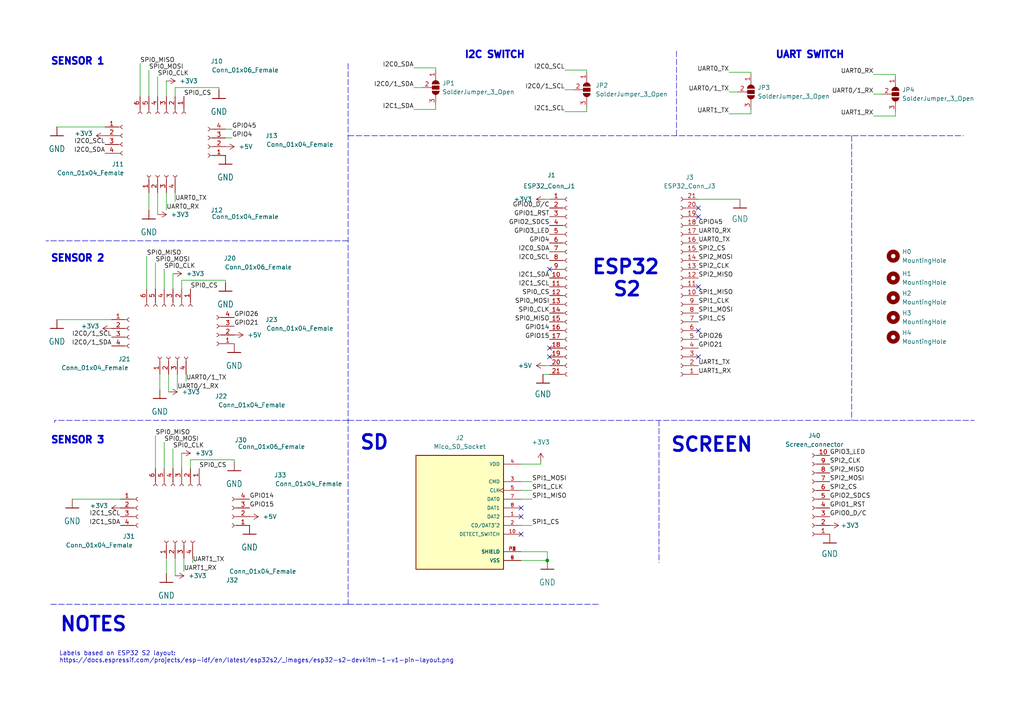
<source format=kicad_sch>
(kicad_sch (version 20211123) (generator eeschema)
  (paper "A4")
  (lib_symbols
    (symbol "503398-1892:503398-1892" (pin_names (offset 1.016))
      (property "Reference" "J" (at -12.7217 15.266 0))
      (property "Value" "503398-1892" (at -12.704 -17.7856 0))
      (symbol "503398-1892_0_0"
        (rectangle (start -12.7 -17.78) (end 12.7 15.24) (stroke (width 0.254)) (fill (type background)))
        (pin passive line (at 17.78 -2.54 180) (length 5.08) (name "DAT2") (number "1"))
        (pin passive line (at 17.78 -7.62 180) (length 5.08) (name "DETECT_SWITCH") (number "10"))
        (pin passive line (at 17.78 -5.08 180) (length 5.08) (name "CD/DAT3^2") (number "2"))
        (pin passive line (at 17.78 7.62 180) (length 5.08) (name "CMD") (number "3"))
        (pin power_in line (at 17.78 12.7 180) (length 5.08) (name "VDD") (number "4"))
        (pin passive clock (at 17.78 5.08 180) (length 5.08) (name "CLK") (number "5"))
        (pin power_in line (at 17.78 -15.24 180) (length 5.08) (name "VSS") (number "6"))
        (pin passive line (at 17.78 2.54 180) (length 5.08) (name "DAT0") (number "7"))
        (pin passive line (at 17.78 0 180) (length 5.08) (name "DAT1") (number "8"))
        (pin power_in line (at 17.78 -15.24 180) (length 5.08) (name "VSS") (number "9"))
        (pin passive line (at 17.78 -12.7 180) (length 5.08) (name "SHIELD") (number "P1"))
        (pin passive line (at 17.78 -12.7 180) (length 5.08) (name "SHIELD") (number "P2"))
        (pin passive line (at 17.78 -12.7 180) (length 5.08) (name "SHIELD") (number "P3"))
        (pin passive line (at 17.78 -12.7 180) (length 5.08) (name "SHIELD") (number "P4"))
      )
    )
    (symbol "Adafruit BMP390-eagle-import:GND" (power)
      (property "Value" "GND" (at -2.54 -2.54 0))
      (symbol "GND_1_0"
        (polyline (pts (xy -1.905 0) (xy 1.905 0)) (stroke (width 0.254)))
        (pin power_in line (at 0 2.54 270) (length 2.54) (name "GND") (number "1"))
      )
    )
    (symbol "Connector:Conn_01x04_Female" (pin_names (offset 1.016) hide)
      (property "Reference" "J" (at 0 5.08 0))
      (property "Value" "Conn_01x04_Female" (at 0 -7.62 0))
      (symbol "Conn_01x04_Female_1_1"
        (arc (start 0 -4.572) (mid -0.508 -5.08) (end 0 -5.588) (stroke (width 0.1524)))
        (arc (start 0 -2.032) (mid -0.508 -2.54) (end 0 -3.048) (stroke (width 0.1524)))
        (polyline (pts (xy -1.27 -5.08) (xy -0.508 -5.08)) (stroke (width 0.1524)))
        (polyline (pts (xy -1.27 -2.54) (xy -0.508 -2.54)) (stroke (width 0.1524)))
        (polyline (pts (xy -1.27 0) (xy -0.508 0)) (stroke (width 0.1524)))
        (polyline (pts (xy -1.27 2.54) (xy -0.508 2.54)) (stroke (width 0.1524)))
        (arc (start 0 0.508) (mid -0.508 0) (end 0 -0.508) (stroke (width 0.1524)))
        (arc (start 0 3.048) (mid -0.508 2.54) (end 0 2.032) (stroke (width 0.1524)))
        (pin passive line (at -5.08 2.54 0) (length 3.81) (name "Pin_1") (number "1"))
        (pin passive line (at -5.08 0 0) (length 3.81) (name "Pin_2") (number "2"))
        (pin passive line (at -5.08 -2.54 0) (length 3.81) (name "Pin_3") (number "3"))
        (pin passive line (at -5.08 -5.08 0) (length 3.81) (name "Pin_4") (number "4"))
      )
    )
    (symbol "Connector:Conn_01x06_Female" (pin_names (offset 1.016) hide)
      (property "Reference" "J" (at 0 7.62 0))
      (property "Value" "Conn_01x06_Female" (at 0 -10.16 0))
      (symbol "Conn_01x06_Female_1_1"
        (arc (start 0 -7.112) (mid -0.508 -7.62) (end 0 -8.128) (stroke (width 0.1524)))
        (arc (start 0 -4.572) (mid -0.508 -5.08) (end 0 -5.588) (stroke (width 0.1524)))
        (arc (start 0 -2.032) (mid -0.508 -2.54) (end 0 -3.048) (stroke (width 0.1524)))
        (polyline (pts (xy -1.27 -7.62) (xy -0.508 -7.62)) (stroke (width 0.1524)))
        (polyline (pts (xy -1.27 -5.08) (xy -0.508 -5.08)) (stroke (width 0.1524)))
        (polyline (pts (xy -1.27 -2.54) (xy -0.508 -2.54)) (stroke (width 0.1524)))
        (polyline (pts (xy -1.27 0) (xy -0.508 0)) (stroke (width 0.1524)))
        (polyline (pts (xy -1.27 2.54) (xy -0.508 2.54)) (stroke (width 0.1524)))
        (polyline (pts (xy -1.27 5.08) (xy -0.508 5.08)) (stroke (width 0.1524)))
        (arc (start 0 0.508) (mid -0.508 0) (end 0 -0.508) (stroke (width 0.1524)))
        (arc (start 0 3.048) (mid -0.508 2.54) (end 0 2.032) (stroke (width 0.1524)))
        (arc (start 0 5.588) (mid -0.508 5.08) (end 0 4.572) (stroke (width 0.1524)))
        (pin passive line (at -5.08 5.08 0) (length 3.81) (name "Pin_1") (number "1"))
        (pin passive line (at -5.08 2.54 0) (length 3.81) (name "Pin_2") (number "2"))
        (pin passive line (at -5.08 0 0) (length 3.81) (name "Pin_3") (number "3"))
        (pin passive line (at -5.08 -2.54 0) (length 3.81) (name "Pin_4") (number "4"))
        (pin passive line (at -5.08 -5.08 0) (length 3.81) (name "Pin_5") (number "5"))
        (pin passive line (at -5.08 -7.62 0) (length 3.81) (name "Pin_6") (number "6"))
      )
    )
    (symbol "Connector:Conn_01x10_Female" (pin_names (offset 1.016) hide)
      (property "Reference" "J" (at 0 12.7 0))
      (property "Value" "Conn_01x10_Female" (at 0 -15.24 0))
      (symbol "Conn_01x10_Female_1_1"
        (arc (start 0 -12.192) (mid -0.508 -12.7) (end 0 -13.208) (stroke (width 0.1524)))
        (arc (start 0 -9.652) (mid -0.508 -10.16) (end 0 -10.668) (stroke (width 0.1524)))
        (arc (start 0 -7.112) (mid -0.508 -7.62) (end 0 -8.128) (stroke (width 0.1524)))
        (arc (start 0 -4.572) (mid -0.508 -5.08) (end 0 -5.588) (stroke (width 0.1524)))
        (arc (start 0 -2.032) (mid -0.508 -2.54) (end 0 -3.048) (stroke (width 0.1524)))
        (polyline (pts (xy -1.27 -12.7) (xy -0.508 -12.7)) (stroke (width 0.1524)))
        (polyline (pts (xy -1.27 -10.16) (xy -0.508 -10.16)) (stroke (width 0.1524)))
        (polyline (pts (xy -1.27 -7.62) (xy -0.508 -7.62)) (stroke (width 0.1524)))
        (polyline (pts (xy -1.27 -5.08) (xy -0.508 -5.08)) (stroke (width 0.1524)))
        (polyline (pts (xy -1.27 -2.54) (xy -0.508 -2.54)) (stroke (width 0.1524)))
        (polyline (pts (xy -1.27 0) (xy -0.508 0)) (stroke (width 0.1524)))
        (polyline (pts (xy -1.27 2.54) (xy -0.508 2.54)) (stroke (width 0.1524)))
        (polyline (pts (xy -1.27 5.08) (xy -0.508 5.08)) (stroke (width 0.1524)))
        (polyline (pts (xy -1.27 7.62) (xy -0.508 7.62)) (stroke (width 0.1524)))
        (polyline (pts (xy -1.27 10.16) (xy -0.508 10.16)) (stroke (width 0.1524)))
        (arc (start 0 0.508) (mid -0.508 0) (end 0 -0.508) (stroke (width 0.1524)))
        (arc (start 0 3.048) (mid -0.508 2.54) (end 0 2.032) (stroke (width 0.1524)))
        (arc (start 0 5.588) (mid -0.508 5.08) (end 0 4.572) (stroke (width 0.1524)))
        (arc (start 0 8.128) (mid -0.508 7.62) (end 0 7.112) (stroke (width 0.1524)))
        (arc (start 0 10.668) (mid -0.508 10.16) (end 0 9.652) (stroke (width 0.1524)))
        (pin passive line (at -5.08 10.16 0) (length 3.81) (name "Pin_1") (number "1"))
        (pin passive line (at -5.08 -12.7 0) (length 3.81) (name "Pin_10") (number "10"))
        (pin passive line (at -5.08 7.62 0) (length 3.81) (name "Pin_2") (number "2"))
        (pin passive line (at -5.08 5.08 0) (length 3.81) (name "Pin_3") (number "3"))
        (pin passive line (at -5.08 2.54 0) (length 3.81) (name "Pin_4") (number "4"))
        (pin passive line (at -5.08 0 0) (length 3.81) (name "Pin_5") (number "5"))
        (pin passive line (at -5.08 -2.54 0) (length 3.81) (name "Pin_6") (number "6"))
        (pin passive line (at -5.08 -5.08 0) (length 3.81) (name "Pin_7") (number "7"))
        (pin passive line (at -5.08 -7.62 0) (length 3.81) (name "Pin_8") (number "8"))
        (pin passive line (at -5.08 -10.16 0) (length 3.81) (name "Pin_9") (number "9"))
      )
    )
    (symbol "Connector:Conn_01x21_Female" (pin_names (offset 1.016) hide)
      (property "Reference" "J" (at 0 27.94 0))
      (property "Value" "Conn_01x21_Female" (at 0 -27.94 0))
      (symbol "Conn_01x21_Female_1_1"
        (arc (start 0 -24.892) (mid -0.508 -25.4) (end 0 -25.908) (stroke (width 0.1524)))
        (arc (start 0 -22.352) (mid -0.508 -22.86) (end 0 -23.368) (stroke (width 0.1524)))
        (arc (start 0 -19.812) (mid -0.508 -20.32) (end 0 -20.828) (stroke (width 0.1524)))
        (arc (start 0 -17.272) (mid -0.508 -17.78) (end 0 -18.288) (stroke (width 0.1524)))
        (arc (start 0 -14.732) (mid -0.508 -15.24) (end 0 -15.748) (stroke (width 0.1524)))
        (arc (start 0 -12.192) (mid -0.508 -12.7) (end 0 -13.208) (stroke (width 0.1524)))
        (arc (start 0 -9.652) (mid -0.508 -10.16) (end 0 -10.668) (stroke (width 0.1524)))
        (arc (start 0 -7.112) (mid -0.508 -7.62) (end 0 -8.128) (stroke (width 0.1524)))
        (arc (start 0 -4.572) (mid -0.508 -5.08) (end 0 -5.588) (stroke (width 0.1524)))
        (arc (start 0 -2.032) (mid -0.508 -2.54) (end 0 -3.048) (stroke (width 0.1524)))
        (polyline (pts (xy -1.27 -25.4) (xy -0.508 -25.4)) (stroke (width 0.1524)))
        (polyline (pts (xy -1.27 -22.86) (xy -0.508 -22.86)) (stroke (width 0.1524)))
        (polyline (pts (xy -1.27 -20.32) (xy -0.508 -20.32)) (stroke (width 0.1524)))
        (polyline (pts (xy -1.27 -17.78) (xy -0.508 -17.78)) (stroke (width 0.1524)))
        (polyline (pts (xy -1.27 -15.24) (xy -0.508 -15.24)) (stroke (width 0.1524)))
        (polyline (pts (xy -1.27 -12.7) (xy -0.508 -12.7)) (stroke (width 0.1524)))
        (polyline (pts (xy -1.27 -10.16) (xy -0.508 -10.16)) (stroke (width 0.1524)))
        (polyline (pts (xy -1.27 -7.62) (xy -0.508 -7.62)) (stroke (width 0.1524)))
        (polyline (pts (xy -1.27 -5.08) (xy -0.508 -5.08)) (stroke (width 0.1524)))
        (polyline (pts (xy -1.27 -2.54) (xy -0.508 -2.54)) (stroke (width 0.1524)))
        (polyline (pts (xy -1.27 0) (xy -0.508 0)) (stroke (width 0.1524)))
        (polyline (pts (xy -1.27 2.54) (xy -0.508 2.54)) (stroke (width 0.1524)))
        (polyline (pts (xy -1.27 5.08) (xy -0.508 5.08)) (stroke (width 0.1524)))
        (polyline (pts (xy -1.27 7.62) (xy -0.508 7.62)) (stroke (width 0.1524)))
        (polyline (pts (xy -1.27 10.16) (xy -0.508 10.16)) (stroke (width 0.1524)))
        (polyline (pts (xy -1.27 12.7) (xy -0.508 12.7)) (stroke (width 0.1524)))
        (polyline (pts (xy -1.27 15.24) (xy -0.508 15.24)) (stroke (width 0.1524)))
        (polyline (pts (xy -1.27 17.78) (xy -0.508 17.78)) (stroke (width 0.1524)))
        (polyline (pts (xy -1.27 20.32) (xy -0.508 20.32)) (stroke (width 0.1524)))
        (polyline (pts (xy -1.27 22.86) (xy -0.508 22.86)) (stroke (width 0.1524)))
        (polyline (pts (xy -1.27 25.4) (xy -0.508 25.4)) (stroke (width 0.1524)))
        (arc (start 0 0.508) (mid -0.508 0) (end 0 -0.508) (stroke (width 0.1524)))
        (arc (start 0 3.048) (mid -0.508 2.54) (end 0 2.032) (stroke (width 0.1524)))
        (arc (start 0 5.588) (mid -0.508 5.08) (end 0 4.572) (stroke (width 0.1524)))
        (arc (start 0 8.128) (mid -0.508 7.62) (end 0 7.112) (stroke (width 0.1524)))
        (arc (start 0 10.668) (mid -0.508 10.16) (end 0 9.652) (stroke (width 0.1524)))
        (arc (start 0 13.208) (mid -0.508 12.7) (end 0 12.192) (stroke (width 0.1524)))
        (arc (start 0 15.748) (mid -0.508 15.24) (end 0 14.732) (stroke (width 0.1524)))
        (arc (start 0 18.288) (mid -0.508 17.78) (end 0 17.272) (stroke (width 0.1524)))
        (arc (start 0 20.828) (mid -0.508 20.32) (end 0 19.812) (stroke (width 0.1524)))
        (arc (start 0 23.368) (mid -0.508 22.86) (end 0 22.352) (stroke (width 0.1524)))
        (arc (start 0 25.908) (mid -0.508 25.4) (end 0 24.892) (stroke (width 0.1524)))
        (pin passive line (at -5.08 25.4 0) (length 3.81) (name "Pin_1") (number "1"))
        (pin passive line (at -5.08 2.54 0) (length 3.81) (name "Pin_10") (number "10"))
        (pin passive line (at -5.08 0 0) (length 3.81) (name "Pin_11") (number "11"))
        (pin passive line (at -5.08 -2.54 0) (length 3.81) (name "Pin_12") (number "12"))
        (pin passive line (at -5.08 -5.08 0) (length 3.81) (name "Pin_13") (number "13"))
        (pin passive line (at -5.08 -7.62 0) (length 3.81) (name "Pin_14") (number "14"))
        (pin passive line (at -5.08 -10.16 0) (length 3.81) (name "Pin_15") (number "15"))
        (pin passive line (at -5.08 -12.7 0) (length 3.81) (name "Pin_16") (number "16"))
        (pin passive line (at -5.08 -15.24 0) (length 3.81) (name "Pin_17") (number "17"))
        (pin passive line (at -5.08 -17.78 0) (length 3.81) (name "Pin_18") (number "18"))
        (pin passive line (at -5.08 -20.32 0) (length 3.81) (name "Pin_19") (number "19"))
        (pin passive line (at -5.08 22.86 0) (length 3.81) (name "Pin_2") (number "2"))
        (pin passive line (at -5.08 -22.86 0) (length 3.81) (name "Pin_20") (number "20"))
        (pin passive line (at -5.08 -25.4 0) (length 3.81) (name "Pin_21") (number "21"))
        (pin passive line (at -5.08 20.32 0) (length 3.81) (name "Pin_3") (number "3"))
        (pin passive line (at -5.08 17.78 0) (length 3.81) (name "Pin_4") (number "4"))
        (pin passive line (at -5.08 15.24 0) (length 3.81) (name "Pin_5") (number "5"))
        (pin passive line (at -5.08 12.7 0) (length 3.81) (name "Pin_6") (number "6"))
        (pin passive line (at -5.08 10.16 0) (length 3.81) (name "Pin_7") (number "7"))
        (pin passive line (at -5.08 7.62 0) (length 3.81) (name "Pin_8") (number "8"))
        (pin passive line (at -5.08 5.08 0) (length 3.81) (name "Pin_9") (number "9"))
      )
    )
    (symbol "Jumper:SolderJumper_3_Open" (pin_names (offset 0) hide)
      (property "Reference" "JP" (at -2.54 -2.54 0))
      (property "Value" "SolderJumper_3_Open" (at 0 2.794 0))
      (symbol "SolderJumper_3_Open_0_1"
        (arc (start -1.016 1.016) (mid -2.032 0) (end -1.016 -1.016))
        (arc (start -1.016 1.016) (mid -2.032 0) (end -1.016 -1.016) (fill (type outline)))
        (rectangle (start -0.508 1.016) (end 0.508 -1.016) (fill (type outline)))
        (polyline (pts (xy -2.54 0) (xy -2.032 0)))
        (polyline (pts (xy -1.016 1.016) (xy -1.016 -1.016)))
        (polyline (pts (xy 0 -1.27) (xy 0 -1.016)))
        (polyline (pts (xy 1.016 1.016) (xy 1.016 -1.016)))
        (polyline (pts (xy 2.54 0) (xy 2.032 0)))
        (arc (start 1.016 -1.016) (mid 2.032 0) (end 1.016 1.016))
        (arc (start 1.016 -1.016) (mid 2.032 0) (end 1.016 1.016) (fill (type outline)))
      )
      (symbol "SolderJumper_3_Open_1_1"
        (pin passive line (at -5.08 0 0) (length 2.54) (name "A") (number "1"))
        (pin passive line (at 0 -3.81 90) (length 2.54) (name "C") (number "2"))
        (pin passive line (at 5.08 0 180) (length 2.54) (name "B") (number "3"))
      )
    )
    (symbol "Mechanical:MountingHole" (pin_names (offset 1.016))
      (property "Reference" "H" (at 0 5.08 0))
      (property "Value" "MountingHole" (at 0 3.175 0))
      (symbol "MountingHole_0_1"
        (circle (center 0 0) (radius 1.27) (stroke (width 1.27)))
      )
    )
    (symbol "power:+3V3" (power) (pin_names (offset 0))
      (property "Value" "+3V3" (at 0 3.556 0))
      (symbol "+3V3_0_1"
        (polyline (pts (xy -0.762 1.27) (xy 0 2.54)))
        (polyline (pts (xy 0 0) (xy 0 2.54)))
        (polyline (pts (xy 0 2.54) (xy 0.762 1.27)))
      )
      (symbol "+3V3_1_1"
        (pin power_in line (at 0 0 90) (length 0) hide (name "+3V3") (number "1"))
      )
    )
    (symbol "power:+5V" (power) (pin_names (offset 0))
      (property "Value" "+5V" (at 0 3.556 0))
      (symbol "+5V_0_1"
        (polyline (pts (xy -0.762 1.27) (xy 0 2.54)))
        (polyline (pts (xy 0 0) (xy 0 2.54)))
        (polyline (pts (xy 0 2.54) (xy 0.762 1.27)))
      )
      (symbol "+5V_1_1"
        (pin power_in line (at 0 0 90) (length 0) hide (name "+5V") (number "1"))
      )
    )
  )
  (junction (at 158.75 162.56))
  (no_connect (at 202.565 62.865))
  (no_connect (at 159.385 78.105))
  (no_connect (at 202.565 60.325))
  (no_connect (at 202.565 103.505))
  (no_connect (at 202.565 95.885))
  (no_connect (at 202.565 83.185))
  (no_connect (at 151.13 149.86))
  (no_connect (at 151.13 147.32))
  (no_connect (at 159.385 103.505))
  (no_connect (at 159.385 100.965))
  (no_connect (at 151.13 154.94))
  (polyline (pts (xy 100.965 69.85) (xy 13.335 69.85)))
  (wire (pts (xy 211.455 26.67) (xy 213.995 26.67)))
  (wire (pts (xy 163.83 26.035) (xy 166.37 26.035)))
  (wire (pts (xy 55.245 133.35) (xy 55.245 135.89)))
  (wire (pts (xy 217.805 33.02) (xy 217.805 31.75)))
  (wire (pts (xy 211.455 20.955) (xy 217.805 20.955)))
  (wire (pts (xy 47.625 78.105) (xy 47.625 83.82)))
  (wire (pts (xy 163.83 32.385) (xy 170.18 32.385)))
  (wire (pts (xy 45.72 22.225) (xy 45.72 27.94)))
  (wire (pts (xy 16.51 36.83) (xy 30.48 36.83)))
  (wire (pts (xy 45.085 126.365) (xy 45.085 135.89)))
  (wire (pts (xy 259.715 33.655) (xy 259.715 32.385)))
  (polyline (pts (xy 247.015 39.37) (xy 247.015 121.92)))
  (wire (pts (xy 67.31 40.005) (xy 65.405 40.005)))
  (wire (pts (xy 20.955 144.78) (xy 34.925 144.78)))
  (wire (pts (xy 202.565 57.785) (xy 214.63 57.785)))
  (wire (pts (xy 48.26 55.88) (xy 48.26 60.96)))
  (wire (pts (xy 16.51 92.71) (xy 32.385 92.71)))
  (wire (pts (xy 211.455 33.02) (xy 217.805 33.02)))
  (wire (pts (xy 53.975 108.585) (xy 53.975 110.49)))
  (polyline (pts (xy 100.965 39.37) (xy 279.4 39.37)))
  (wire (pts (xy 253.365 33.655) (xy 259.715 33.655)))
  (wire (pts (xy 52.705 131.445) (xy 52.705 135.89)))
  (wire (pts (xy 217.805 20.955) (xy 217.805 21.59)))
  (wire (pts (xy 55.88 163.195) (xy 55.88 161.925)))
  (wire (pts (xy 156.845 134.62) (xy 151.13 134.62)))
  (wire (pts (xy 120.015 31.75) (xy 126.365 31.75)))
  (wire (pts (xy 48.26 23.495) (xy 48.26 27.94)))
  (wire (pts (xy 45.085 76.2) (xy 45.085 83.82)))
  (wire (pts (xy 50.165 79.375) (xy 50.165 83.82)))
  (wire (pts (xy 48.895 108.585) (xy 48.895 113.665)))
  (wire (pts (xy 126.365 19.685) (xy 126.365 20.32)))
  (wire (pts (xy 120.015 25.4) (xy 122.555 25.4)))
  (wire (pts (xy 126.365 31.75) (xy 126.365 30.48)))
  (wire (pts (xy 50.8 25.4) (xy 63.5 25.4)))
  (wire (pts (xy 53.34 161.925) (xy 53.34 165.735)))
  (wire (pts (xy 55.245 133.35) (xy 67.945 133.35)))
  (wire (pts (xy 50.8 25.4) (xy 50.8 27.94)))
  (wire (pts (xy 52.705 81.28) (xy 65.405 81.28)))
  (polyline (pts (xy 196.215 39.37) (xy 196.215 14.605)))
  (wire (pts (xy 43.18 20.32) (xy 43.18 27.94)))
  (wire (pts (xy 51.435 108.585) (xy 51.435 113.03)))
  (polyline (pts (xy 100.965 175.26) (xy 173.99 175.26)))
  (polyline (pts (xy 191.135 121.92) (xy 191.135 163.195)))
  (wire (pts (xy 156.845 133.985) (xy 156.845 134.62)))
  (wire (pts (xy 151.13 142.24) (xy 154.305 142.24)))
  (wire (pts (xy 52.705 81.28) (xy 52.705 83.82)))
  (wire (pts (xy 67.945 133.35) (xy 67.945 133.985)))
  (wire (pts (xy 46.355 108.585) (xy 46.355 113.03)))
  (wire (pts (xy 47.625 128.27) (xy 47.625 135.89)))
  (wire (pts (xy 253.365 27.305) (xy 255.905 27.305)))
  (wire (pts (xy 65.405 81.28) (xy 65.405 81.915)))
  (wire (pts (xy 151.13 160.02) (xy 158.75 160.02)))
  (wire (pts (xy 40.64 18.415) (xy 40.64 27.94)))
  (wire (pts (xy 67.31 37.465) (xy 65.405 37.465)))
  (wire (pts (xy 151.13 139.7) (xy 154.305 139.7)))
  (wire (pts (xy 48.26 161.925) (xy 48.26 166.37)))
  (polyline (pts (xy 100.965 18.415) (xy 100.965 175.26)))
  (wire (pts (xy 45.72 55.88) (xy 45.72 62.23)))
  (wire (pts (xy 170.18 32.385) (xy 170.18 31.115)))
  (wire (pts (xy 163.83 20.32) (xy 170.18 20.32)))
  (polyline (pts (xy 100.965 121.92) (xy 282.575 121.92)))
  (wire (pts (xy 151.13 152.4) (xy 154.305 152.4)))
  (wire (pts (xy 259.715 21.59) (xy 259.715 22.225)))
  (wire (pts (xy 50.8 55.88) (xy 50.8 58.42)))
  (wire (pts (xy 158.115 106.045) (xy 159.385 106.045)))
  (wire (pts (xy 63.5 25.4) (xy 63.5 26.035)))
  (wire (pts (xy 170.18 20.32) (xy 170.18 20.955)))
  (wire (pts (xy 151.13 144.78) (xy 154.305 144.78)))
  (polyline (pts (xy 100.965 175.26) (xy 14.605 175.26)))
  (polyline (pts (xy 100.965 121.92) (xy 15.875 121.92)))
  (wire (pts (xy 43.18 55.88) (xy 43.18 60.96)))
  (wire (pts (xy 157.48 108.585) (xy 159.385 108.585)))
  (wire (pts (xy 50.8 161.925) (xy 50.8 167.005)))
  (polyline (pts (xy 15.875 121.92) (xy 15.875 122.555)))
  (wire (pts (xy 158.75 160.02) (xy 158.75 162.56)))
  (wire (pts (xy 50.165 130.175) (xy 50.165 135.89)))
  (wire (pts (xy 120.015 19.685) (xy 126.365 19.685)))
  (wire (pts (xy 253.365 21.59) (xy 259.715 21.59)))
  (wire (pts (xy 42.545 74.295) (xy 42.545 83.82)))
  (wire (pts (xy 158.115 57.785) (xy 159.385 57.785)))
  (wire (pts (xy 151.13 162.56) (xy 158.75 162.56)))
  (text "SENSOR 3" (at 14.605 128.905 0) (effects (font (size 2 2) (thickness 0.8) bold) (justify left bottom)))
  (text "SCREEN" (at 194.31 131.445 0) (effects (font (size 4 4) (thickness 0.8) bold) (justify left bottom)))
  (text "SD" (at 104.14 130.81 0) (effects (font (size 4 4) (thickness 0.8) bold) (justify left bottom)))
  (text "Labels based on ESP32 S2 layout: \nhttps://docs.espressif.com/projects/esp-idf/en/latest/esp32s2/_images/esp32-s2-devkitm-1-v1-pin-layout.png" (at 17.145 192.405 0) (effects (font (size 1.27 1.27)) (justify left bottom)))
  (text "I2C SWITCH" (at 134.62 17.145 0) (effects (font (size 2 2) (thickness 0.8) bold) (justify left bottom)))
  (text "ESP32\n  S2" (at 171.45 86.36 0) (effects (font (size 4 4) (thickness 0.8) bold) (justify left bottom)))
  (text "SENSOR 1" (at 14.605 19.05 0) (effects (font (size 2 2) (thickness 0.8) bold) (justify left bottom)))
  (text "NOTES" (at 17.145 183.515 0) (effects (font (size 4 4) (thickness 0.8) bold) (justify left bottom)))
  (text "UART SWITCH" (at 224.79 17.145 0) (effects (font (size 2 2) (thickness 0.8) bold) (justify left bottom)))
  (text "SENSOR 2" (at 14.605 76.2 0) (effects (font (size 2 2) (thickness 0.8) bold) (justify left bottom)))
  (label "I2C0_SCL" (at 163.83 20.32 180))
  (label "UART1_TX" (at 211.455 33.02 180))
  (label "I2C0{slash}1_SCL" (at 163.83 26.035 180))
  (label "GPIO1_RST" (at 159.385 62.865 180))
  (label "UART1_RX" (at 53.34 165.735 0))
  (label "UART0{slash}1_RX" (at 253.365 27.305 180))
  (label "SPI0_MISO" (at 159.385 93.345 180))
  (label "UART1_RX" (at 202.565 108.585 0))
  (label "SPI2_CS" (at 202.565 73.025 0))
  (label "SPI2_MOSI" (at 202.565 75.565 0))
  (label "SPI1_MOSI" (at 202.565 90.805 0))
  (label "GPIO26" (at 202.565 98.425 0))
  (label "SPI1_MISO" (at 154.305 144.78 0))
  (label "SPI2_MISO" (at 240.665 137.16 0))
  (label "I2C1_SCL" (at 159.385 83.185 180))
  (label "I2C1_SCL" (at 34.925 149.86 180))
  (label "SPI0_CS" (at 159.385 85.725 180))
  (label "SPI0_CS" (at 53.34 27.94 0))
  (label "GPIO4" (at 67.31 40.005 0))
  (label "UART0{slash}1_RX" (at 51.435 113.03 0))
  (label "SPI0_MOSI" (at 159.385 88.265 180))
  (label "I2C0_SDA" (at 30.48 44.45 180))
  (label "UART0_RX" (at 48.26 60.96 0))
  (label "GPIO14" (at 72.39 144.78 0))
  (label "UART1_RX" (at 253.365 33.655 180))
  (label "SPI2_CS" (at 240.665 142.24 0))
  (label "SPI0_MISO" (at 40.64 18.415 0))
  (label "SPI1_CS" (at 154.305 152.4 0))
  (label "SPI1_MOSI" (at 154.305 139.7 0))
  (label "SPI2_MOSI" (at 240.665 139.7 0))
  (label "SPI1_MISO" (at 202.565 85.725 0))
  (label "SPI1_CLK" (at 202.565 88.265 0))
  (label "GPIO1_RST" (at 240.665 147.32 0))
  (label "UART1_TX" (at 202.565 106.045 0))
  (label "I2C0{slash}1_SDA" (at 120.015 25.4 180))
  (label "SPI2_CLK" (at 240.665 134.62 0))
  (label "GPIO45" (at 67.31 37.465 0))
  (label "GPIO26" (at 67.945 92.075 0))
  (label "SPI0_MISO" (at 45.085 126.365 0))
  (label "GPIO15" (at 72.39 147.32 0))
  (label "SPI0_CLK" (at 47.625 78.105 0))
  (label "I2C0_SDA" (at 159.385 73.025 180))
  (label "GPIO4" (at 159.385 70.485 180))
  (label "GPIO14" (at 159.385 95.885 180))
  (label "UART0_RX" (at 202.565 67.945 0))
  (label "I2C1_SDA" (at 120.015 31.75 180))
  (label "I2C1_SDA" (at 159.385 80.645 180))
  (label "I2C0_SDA" (at 120.015 19.685 180))
  (label "GPIO0_D{slash}C" (at 159.385 60.325 180))
  (label "GPIO21" (at 67.945 94.615 0))
  (label "SPI0_CS" (at 55.245 83.82 0))
  (label "SPI0_CLK" (at 50.165 130.175 0))
  (label "UART1_TX" (at 55.88 163.195 0))
  (label "SPI1_CS" (at 202.565 93.345 0))
  (label "I2C1_SCL" (at 163.83 32.385 180))
  (label "SPI0_CS" (at 57.785 135.89 0))
  (label "SPI0_CLK" (at 159.385 90.805 180))
  (label "UART0_RX" (at 253.365 21.59 180))
  (label "UART0{slash}1_TX" (at 53.975 110.49 0))
  (label "GPIO2_SDCS" (at 240.665 144.78 0))
  (label "UART0_TX" (at 202.565 70.485 0))
  (label "I2C0_SCL" (at 159.385 75.565 180))
  (label "SPI0_MOSI" (at 47.625 128.27 0))
  (label "UART0_TX" (at 50.8 58.42 0))
  (label "SPI0_MISO" (at 42.545 74.295 0))
  (label "I2C0{slash}1_SDA" (at 32.385 100.33 180))
  (label "SPI2_CLK" (at 202.565 78.105 0))
  (label "SPI0_MOSI" (at 45.085 76.2 0))
  (label "I2C1_SDA" (at 34.925 152.4 180))
  (label "I2C0_SCL" (at 30.48 41.91 180))
  (label "GPIO3_LED" (at 159.385 67.945 180))
  (label "I2C0{slash}1_SCL" (at 32.385 97.79 180))
  (label "GPIO0_D{slash}C" (at 240.665 149.86 0))
  (label "SPI1_CLK" (at 154.305 142.24 0))
  (label "SPI0_CLK" (at 45.72 22.225 0))
  (label "UART0{slash}1_TX" (at 211.455 26.67 180))
  (label "GPIO2_SDCS" (at 159.385 65.405 180))
  (label "GPIO21" (at 202.565 100.965 0))
  (label "GPIO15" (at 159.385 98.425 180))
  (label "GPIO3_LED" (at 240.665 132.08 0))
  (label "UART0_TX" (at 211.455 20.955 180))
  (label "GPIO45" (at 202.565 65.405 0))
  (label "SPI2_MISO" (at 202.565 80.645 0))
  (label "SPI0_MOSI" (at 43.18 20.32 0))
  (symbol (lib_id "power:+3V3") (at 50.8 167.005 270) (unit 1)
    (property "Reference" "#PWR0112" (effects hide))
    (property "Value" "+3V3" (at 54.61 167.0049 90) (effects (justify left)))
  )
  (symbol (lib_id "power:+3V3") (at 30.48 39.37 90) (unit 1)
    (property "Reference" "#PWR0107" (effects hide))
    (property "Value" "+3V3" (at 21.59 38.735 90) (effects (justify right)))
  )
  (symbol (lib_id "Connector:Conn_01x04_Female") (at 45.72 50.8 90) (unit 1)
    (property "Reference" "J12" (at 62.865 60.96 90))
    (property "Value" "Conn_01x04_Female" (at 71.12 62.865 90))
    (property "Footprint" "Connector_PinSocket_2.54mm:PinSocket_1x04_P2.54mm_Vertical" (effects hide))
  )
  (symbol (lib_id "Adafruit BMP390-eagle-import:GND") (at 240.665 157.48 0) (unit 1)
    (property "Reference" "#GND0109" (effects hide))
    (property "Value" "GND" (at 240.665 160.655 0) (effects (font (size 1.778 1.5113))))
    (property "Footprint" "Adafruit BMP390:" (effects hide))
  )
  (symbol (lib_id "Adafruit BMP390-eagle-import:GND") (at 46.355 115.57 0) (unit 1)
    (property "Reference" "#GND0103" (effects hide))
    (property "Value" "GND" (at 46.355 119.38 0) (effects (font (size 1.778 1.5113))))
    (property "Footprint" "Adafruit BMP390:" (effects hide))
  )
  (symbol (lib_id "Connector:Conn_01x04_Female") (at 60.325 42.545 180) (unit 1)
    (property "Reference" "J13" (at 78.74 39.37 0))
    (property "Value" "Conn_01x04_Female" (at 86.995 41.91 0))
    (property "Footprint" "Connector_PinSocket_2.54mm:PinSocket_1x04_P2.54mm_Vertical" (effects hide))
  )
  (symbol (lib_id "power:+3V3") (at 240.665 152.4 270) (unit 1)
    (property "Reference" "#PWR0109" (effects hide))
    (property "Value" "+3V3" (at 243.84 152.3999 90) (effects (justify left)))
  )
  (symbol (lib_id "power:+3V3") (at 34.925 147.32 90) (unit 1)
    (property "Reference" "#PWR0111" (effects hide))
    (property "Value" "+3V3" (at 26.035 146.685 90) (effects (justify right)))
  )
  (symbol (lib_id "Adafruit BMP390-eagle-import:GND") (at 48.26 168.91 0) (unit 1)
    (property "Reference" "#GND0112" (effects hide))
    (property "Value" "GND" (at 48.26 172.72 0) (effects (font (size 1.778 1.5113))))
    (property "Footprint" "Adafruit BMP390:" (effects hide))
  )
  (symbol (lib_id "Connector:Conn_01x21_Female") (at 164.465 83.185 0) (unit 1)
    (property "Reference" "J1" (at 158.75 50.8 0) (effects (justify left)))
    (property "Value" "ESP32_Conn_J1" (at 151.765 53.975 0) (effects (justify left)))
    (property "Footprint" "Connector_PinHeader_2.54mm:PinHeader_1x21_P2.54mm_Vertical" (effects hide))
  )
  (symbol (lib_id "Jumper:SolderJumper_3_Open") (at 126.365 25.4 270) (unit 1)
    (property "Reference" "JP1" (at 128.27 24.1299 90) (effects (justify left)))
    (property "Value" "SolderJumper_3_Open" (at 128.27 26.6699 90) (effects (justify left)))
    (property "Footprint" "Jumper:SolderJumper-3_P1.3mm_Open_RoundedPad1.0x1.5mm" (effects hide))
  )
  (symbol (lib_id "Mechanical:MountingHole") (at 259.08 86.36 0) (unit 1)
    (property "Reference" "H2" (at 261.62 85.0899 0) (effects (justify left)))
    (property "Value" "MountingHole" (at 261.62 87.6299 0) (effects (justify left)))
    (property "Footprint" "MountingHole:MountingHole_2.2mm_M2_DIN965_Pad_TopBottom" (effects hide))
  )
  (symbol (lib_id "Jumper:SolderJumper_3_Open") (at 259.715 27.305 270) (unit 1)
    (property "Reference" "JP4" (at 261.62 26.0349 90) (effects (justify left)))
    (property "Value" "SolderJumper_3_Open" (at 261.62 28.5749 90) (effects (justify left)))
    (property "Footprint" "Jumper:SolderJumper-3_P1.3mm_Open_RoundedPad1.0x1.5mm" (effects hide))
  )
  (symbol (lib_id "power:+3V3") (at 48.26 23.495 270) (unit 1)
    (property "Reference" "#PWR0108" (effects hide))
    (property "Value" "+3V3" (at 52.07 23.4949 90) (effects (justify left)))
  )
  (symbol (lib_id "Connector:Conn_01x04_Female") (at 35.56 39.37 0) (unit 1)
    (property "Reference" "J11" (at 32.385 47.625 0) (effects (justify left)))
    (property "Value" "Conn_01x04_Female" (at 16.51 50.165 0) (effects (justify left)))
    (property "Footprint" "Connector_PinSocket_2.54mm:PinSocket_1x04_P2.54mm_Vertical" (effects hide))
  )
  (symbol (lib_id "Mechanical:MountingHole") (at 259.08 97.79 0) (unit 1)
    (property "Reference" "H4" (at 261.62 96.5199 0) (effects (justify left)))
    (property "Value" "MountingHole" (at 261.62 99.0599 0) (effects (justify left)))
    (property "Footprint" "MountingHole:MountingHole_2.2mm_M2_DIN965_Pad_TopBottom" (effects hide))
  )
  (symbol (lib_id "Jumper:SolderJumper_3_Open") (at 217.805 26.67 270) (unit 1)
    (property "Reference" "JP3" (at 219.71 25.3999 90) (effects (justify left)))
    (property "Value" "SolderJumper_3_Open" (at 219.71 27.9399 90) (effects (justify left)))
    (property "Footprint" "Jumper:SolderJumper-3_P1.3mm_Open_RoundedPad1.0x1.5mm" (effects hide))
  )
  (symbol (lib_id "Connector:Conn_01x04_Female") (at 50.8 156.845 90) (unit 1)
    (property "Reference" "J32" (at 67.31 168.275 90))
    (property "Value" "Conn_01x04_Female" (at 76.2 165.735 90))
    (property "Footprint" "Connector_PinSocket_2.54mm:PinSocket_1x04_P2.54mm_Vertical_SMD_Pin1Left" (effects hide))
  )
  (symbol (lib_id "Connector:Conn_01x04_Female") (at 62.865 97.155 180) (unit 1)
    (property "Reference" "J23" (at 78.74 92.71 0))
    (property "Value" "Conn_01x04_Female" (at 86.995 95.25 0))
    (property "Footprint" "Connector_PinSocket_2.54mm:PinSocket_1x04_P2.54mm_Vertical" (effects hide))
  )
  (symbol (lib_id "Mechanical:MountingHole") (at 259.08 92.075 0) (unit 1)
    (property "Reference" "H3" (at 261.62 90.8049 0) (effects (justify left)))
    (property "Value" "MountingHole" (at 261.62 93.3449 0) (effects (justify left)))
    (property "Footprint" "MountingHole:MountingHole_2.2mm_M2_DIN965_Pad_TopBottom" (effects hide))
  )
  (symbol (lib_id "Adafruit BMP390-eagle-import:GND") (at 16.51 39.37 0) (unit 1)
    (property "Reference" "#GND0108" (effects hide))
    (property "Value" "GND" (at 16.51 43.18 0) (effects (font (size 1.778 1.5113))))
    (property "Footprint" "Adafruit BMP390:" (effects hide))
  )
  (symbol (lib_id "power:+3V3") (at 50.165 79.375 270) (unit 1)
    (property "Reference" "#PWR0105" (effects hide))
    (property "Value" "+3V3" (at 53.975 79.3749 90) (effects (justify left)))
  )
  (symbol (lib_id "power:+3V3") (at 52.705 131.445 270) (unit 1)
    (property "Reference" "#PWR0110" (effects hide))
    (property "Value" "+3V3" (at 56.515 131.4449 90) (effects (justify left)))
  )
  (symbol (lib_id "power:+3V3") (at 156.845 133.985 0) (unit 1)
    (property "Reference" "#PWR0114" (effects hide))
    (property "Value" "+3V3" (at 156.845 128.27 0))
  )
  (symbol (lib_id "power:+3V3") (at 45.72 62.23 270) (unit 1)
    (property "Reference" "#PWR0106" (effects hide))
    (property "Value" "+3V3" (at 49.53 62.2299 90) (effects (justify left)))
  )
  (symbol (lib_id "Adafruit BMP390-eagle-import:GND") (at 65.405 84.455 0) (unit 1)
    (property "Reference" "#GND0106" (effects hide))
    (property "Value" "GND" (at 65.405 88.265 0) (effects (font (size 1.778 1.5113))))
    (property "Footprint" "Adafruit BMP390:" (effects hide))
  )
  (symbol (lib_id "503398-1892:503398-1892") (at 133.35 147.32 0) (unit 1)
    (property "Reference" "J2" (at 133.35 127 0))
    (property "Value" "Mico_SD_Socket" (at 133.35 129.54 0))
    (property "Footprint" "MOLEX_503398-1892" (effects hide))
    (property "STANDARD" "MANUFACTURER RECOMMENDATIONS" (effects hide))
    (property "MANUFACTURER" "molex" (effects hide))
    (property "PARTREV" "0" (effects hide))
  )
  (symbol (lib_id "Adafruit BMP390-eagle-import:GND") (at 157.48 111.125 0) (unit 1)
    (property "Reference" "#GND0115" (effects hide))
    (property "Value" "GND" (at 157.48 114.3 0) (effects (font (size 1.778 1.5113))))
    (property "Footprint" "Adafruit BMP390:" (effects hide))
  )
  (symbol (lib_id "Connector:Conn_01x10_Female") (at 235.585 144.78 180) (unit 1)
    (property "Reference" "J40" (at 236.22 126.365 0))
    (property "Value" "Screen_connector" (at 236.22 128.905 0))
    (property "Footprint" "Connector_Molex:Molex_PicoBlade_53048-1010_1x10_P1.25mm_Horizontal" (effects hide))
  )
  (symbol (lib_id "Adafruit BMP390-eagle-import:GND") (at 20.955 147.32 0) (unit 1)
    (property "Reference" "#GND0111" (effects hide))
    (property "Value" "GND" (at 20.955 151.13 0) (effects (font (size 1.778 1.5113))))
    (property "Footprint" "Adafruit BMP390:" (effects hide))
  )
  (symbol (lib_id "Connector:Conn_01x04_Female") (at 40.005 147.32 0) (unit 1)
    (property "Reference" "J31" (at 35.56 155.575 0) (effects (justify left)))
    (property "Value" "Conn_01x04_Female" (at 19.05 158.115 0) (effects (justify left)))
    (property "Footprint" "Connector_PinSocket_2.54mm:PinSocket_1x04_P2.54mm_Vertical" (effects hide))
  )
  (symbol (lib_id "Connector:Conn_01x04_Female") (at 48.895 103.505 90) (unit 1)
    (property "Reference" "J22" (at 64.135 114.935 90))
    (property "Value" "Conn_01x04_Female" (at 73.025 117.475 90))
    (property "Footprint" "Connector_PinSocket_2.54mm:PinSocket_1x04_P2.54mm_Vertical" (effects hide))
  )
  (symbol (lib_id "power:+5V") (at 158.115 106.045 90) (unit 1)
    (property "Reference" "#PWR0115" (effects hide))
    (property "Value" "+5V" (at 154.305 106.0449 90) (effects (justify left)))
  )
  (symbol (lib_id "power:+3V3") (at 158.115 57.785 90) (unit 1)
    (property "Reference" "#PWR0116" (effects hide))
    (property "Value" "+3V3" (at 154.305 57.7849 90) (effects (justify left)))
  )
  (symbol (lib_id "Connector:Conn_01x04_Female") (at 37.465 95.25 0) (unit 1)
    (property "Reference" "J21" (at 34.29 104.14 0) (effects (justify left)))
    (property "Value" "Conn_01x04_Female" (at 17.78 106.68 0) (effects (justify left)))
    (property "Footprint" "Connector_PinSocket_2.54mm:PinSocket_1x04_P2.54mm_Vertical" (effects hide))
  )
  (symbol (lib_id "Adafruit BMP390-eagle-import:GND") (at 43.18 63.5 0) (unit 1)
    (property "Reference" "#GND0107" (effects hide))
    (property "Value" "GND" (at 43.18 67.31 0) (effects (font (size 1.778 1.5113))))
    (property "Footprint" "Adafruit BMP390:" (effects hide))
  )
  (symbol (lib_id "Adafruit BMP390-eagle-import:GND") (at 214.63 60.325 0) (unit 1)
    (property "Reference" "#GND0116" (effects hide))
    (property "Value" "GND" (at 214.63 63.5 0) (effects (font (size 1.778 1.5113))))
    (property "Footprint" "Adafruit BMP390:" (effects hide))
  )
  (symbol (lib_id "Adafruit BMP390-eagle-import:GND") (at 65.405 47.625 0) (unit 1)
    (property "Reference" "#GND0105" (effects hide))
    (property "Value" "GND" (at 65.405 51.435 0) (effects (font (size 1.778 1.5113))))
    (property "Footprint" "Adafruit BMP390:" (effects hide))
  )
  (symbol (lib_id "power:+3V3") (at 32.385 95.25 90) (unit 1)
    (property "Reference" "#PWR0102" (effects hide))
    (property "Value" "+3V3" (at 23.495 94.615 90) (effects (justify right)))
  )
  (symbol (lib_id "Connector:Conn_01x04_Female") (at 67.31 149.86 180) (unit 1)
    (property "Reference" "J33" (at 81.28 137.795 0))
    (property "Value" "Conn_01x04_Female" (at 89.535 140.335 0))
    (property "Footprint" "Connector_PinSocket_2.54mm:PinSocket_1x04_P2.54mm_Vertical" (effects hide))
  )
  (symbol (lib_id "Connector:Conn_01x06_Female") (at 52.705 140.97 270) (unit 1)
    (property "Reference" "J30" (at 69.85 127.635 90))
    (property "Value" "Conn_01x06_Female" (at 78.74 129.54 90))
    (property "Footprint" "Connector_PinSocket_2.54mm:PinSocket_1x06_P2.54mm_Vertical" (effects hide))
  )
  (symbol (lib_id "Adafruit BMP390-eagle-import:GND") (at 16.51 95.25 0) (unit 1)
    (property "Reference" "#GND0102" (effects hide))
    (property "Value" "GND" (at 16.51 99.06 0) (effects (font (size 1.778 1.5113))))
    (property "Footprint" "Adafruit BMP390:" (effects hide))
  )
  (symbol (lib_id "Adafruit BMP390-eagle-import:GND") (at 67.945 136.525 0) (unit 1)
    (property "Reference" "#GND0110" (effects hide))
    (property "Value" "GND" (at 67.945 140.335 0) (effects (font (size 1.778 1.5113))))
    (property "Footprint" "Adafruit BMP390:" (effects hide))
  )
  (symbol (lib_id "Connector:Conn_01x06_Female") (at 48.26 33.02 270) (unit 1)
    (property "Reference" "J10" (at 62.865 17.78 90))
    (property "Value" "Conn_01x06_Female" (at 71.12 20.32 90))
    (property "Footprint" "Connector_PinSocket_2.54mm:PinSocket_1x06_P2.54mm_Vertical" (effects hide))
  )
  (symbol (lib_id "Connector:Conn_01x06_Female") (at 50.165 88.9 270) (unit 1)
    (property "Reference" "J20" (at 66.675 74.93 90))
    (property "Value" "Conn_01x06_Female" (at 74.93 77.47 90))
    (property "Footprint" "Connector_PinSocket_2.54mm:PinSocket_1x06_P2.54mm_Vertical" (effects hide))
  )
  (symbol (lib_id "Adafruit BMP390-eagle-import:GND") (at 63.5 28.575 0) (unit 1)
    (property "Reference" "#GND0104" (effects hide))
    (property "Value" "GND" (at 63.5 32.385 0) (effects (font (size 1.778 1.5113))))
    (property "Footprint" "Adafruit BMP390:" (effects hide))
  )
  (symbol (lib_id "power:+3V3") (at 48.895 113.665 270) (unit 1)
    (property "Reference" "#PWR0103" (effects hide))
    (property "Value" "+3V3" (at 52.705 113.6649 90) (effects (justify left)))
  )
  (symbol (lib_id "Adafruit BMP390-eagle-import:GND") (at 158.75 165.1 0) (unit 1)
    (property "Reference" "#GND0114" (effects hide))
    (property "Value" "GND" (at 158.75 168.91 0) (effects (font (size 1.778 1.5113))))
    (property "Footprint" "Adafruit BMP390:" (effects hide))
  )
  (symbol (lib_id "Connector:Conn_01x21_Female") (at 197.485 83.185 180) (unit 1)
    (property "Reference" "J3" (at 200.025 51.435 0))
    (property "Value" "ESP32_Conn_J3" (at 200.025 53.975 0))
    (property "Footprint" "Connector_PinHeader_2.54mm:PinHeader_1x21_P2.54mm_Vertical" (effects hide))
  )
  (symbol (lib_id "Mechanical:MountingHole") (at 259.08 74.295 0) (unit 1)
    (property "Reference" "H0" (at 261.62 73.0249 0) (effects (justify left)))
    (property "Value" "MountingHole" (at 261.62 75.5649 0) (effects (justify left)))
    (property "Footprint" "MountingHole:MountingHole_2.2mm_M2_DIN965_Pad_TopBottom" (effects hide))
  )
  (symbol (lib_id "power:+5V") (at 67.945 97.155 270) (unit 1)
    (property "Reference" "#PWR0101" (effects hide))
    (property "Value" "+5V" (at 71.755 97.1549 90) (effects (justify left)))
  )
  (symbol (lib_id "power:+5V") (at 65.405 42.545 270) (unit 1)
    (property "Reference" "#PWR0104" (effects hide))
    (property "Value" "+5V" (at 69.215 42.5449 90) (effects (justify left)))
  )
  (symbol (lib_id "Mechanical:MountingHole") (at 259.08 80.645 0) (unit 1)
    (property "Reference" "H1" (at 261.62 79.3749 0) (effects (justify left)))
    (property "Value" "MountingHole" (at 261.62 81.9149 0) (effects (justify left)))
    (property "Footprint" "MountingHole:MountingHole_2.2mm_M2_DIN965_Pad_TopBottom" (effects hide))
  )
  (symbol (lib_id "Adafruit BMP390-eagle-import:GND") (at 72.39 154.94 0) (unit 1)
    (property "Reference" "#GND0113" (effects hide))
    (property "Value" "GND" (at 72.39 158.75 0) (effects (font (size 1.778 1.5113))))
    (property "Footprint" "Adafruit BMP390:" (effects hide))
  )
  (symbol (lib_id "power:+5V") (at 72.39 149.86 270) (unit 1)
    (property "Reference" "#PWR0113" (effects hide))
    (property "Value" "+5V" (at 76.2 149.8599 90) (effects (justify left)))
  )
  (symbol (lib_id "Jumper:SolderJumper_3_Open") (at 170.18 26.035 270) (unit 1)
    (property "Reference" "JP2" (at 172.72 24.7649 90) (effects (justify left)))
    (property "Value" "SolderJumper_3_Open" (at 172.72 27.3049 90) (effects (justify left)))
    (property "Footprint" "Jumper:SolderJumper-3_P1.3mm_Open_RoundedPad1.0x1.5mm" (effects hide))
  )
  (symbol (lib_id "Adafruit BMP390-eagle-import:GND") (at 67.945 102.235 0) (unit 1)
    (property "Reference" "#GND0101" (effects hide))
    (property "Value" "GND" (at 67.945 106.045 0) (effects (font (size 1.778 1.5113))))
    (property "Footprint" "Adafruit BMP390:" (effects hide))
  )
)
</source>
